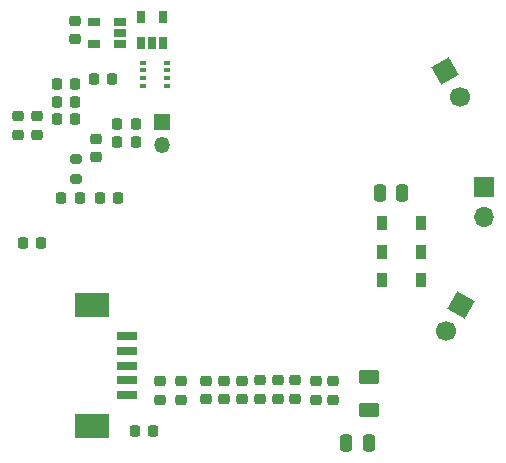
<source format=gbr>
%TF.GenerationSoftware,KiCad,Pcbnew,6.0.7-1.fc35*%
%TF.CreationDate,2022-11-04T19:38:46+01:00*%
%TF.ProjectId,sense_slim,73656e73-655f-4736-9c69-6d2e6b696361,rev?*%
%TF.SameCoordinates,Original*%
%TF.FileFunction,Soldermask,Top*%
%TF.FilePolarity,Negative*%
%FSLAX46Y46*%
G04 Gerber Fmt 4.6, Leading zero omitted, Abs format (unit mm)*
G04 Created by KiCad (PCBNEW 6.0.7-1.fc35) date 2022-11-04 19:38:46*
%MOMM*%
%LPD*%
G01*
G04 APERTURE LIST*
G04 Aperture macros list*
%AMRoundRect*
0 Rectangle with rounded corners*
0 $1 Rounding radius*
0 $2 $3 $4 $5 $6 $7 $8 $9 X,Y pos of 4 corners*
0 Add a 4 corners polygon primitive as box body*
4,1,4,$2,$3,$4,$5,$6,$7,$8,$9,$2,$3,0*
0 Add four circle primitives for the rounded corners*
1,1,$1+$1,$2,$3*
1,1,$1+$1,$4,$5*
1,1,$1+$1,$6,$7*
1,1,$1+$1,$8,$9*
0 Add four rect primitives between the rounded corners*
20,1,$1+$1,$2,$3,$4,$5,0*
20,1,$1+$1,$4,$5,$6,$7,0*
20,1,$1+$1,$6,$7,$8,$9,0*
20,1,$1+$1,$8,$9,$2,$3,0*%
%AMHorizOval*
0 Thick line with rounded ends*
0 $1 width*
0 $2 $3 position (X,Y) of the first rounded end (center of the circle)*
0 $4 $5 position (X,Y) of the second rounded end (center of the circle)*
0 Add line between two ends*
20,1,$1,$2,$3,$4,$5,0*
0 Add two circle primitives to create the rounded ends*
1,1,$1,$2,$3*
1,1,$1,$4,$5*%
%AMRotRect*
0 Rectangle, with rotation*
0 The origin of the aperture is its center*
0 $1 length*
0 $2 width*
0 $3 Rotation angle, in degrees counterclockwise*
0 Add horizontal line*
21,1,$1,$2,0,0,$3*%
G04 Aperture macros list end*
%ADD10R,3.000000X2.100000*%
%ADD11R,1.700000X0.800000*%
%ADD12RoundRect,0.225000X0.225000X0.250000X-0.225000X0.250000X-0.225000X-0.250000X0.225000X-0.250000X0*%
%ADD13RoundRect,0.218750X-0.256250X0.218750X-0.256250X-0.218750X0.256250X-0.218750X0.256250X0.218750X0*%
%ADD14RoundRect,0.218750X0.218750X0.256250X-0.218750X0.256250X-0.218750X-0.256250X0.218750X-0.256250X0*%
%ADD15RoundRect,0.225000X-0.225000X-0.250000X0.225000X-0.250000X0.225000X0.250000X-0.225000X0.250000X0*%
%ADD16R,1.060000X0.650000*%
%ADD17RoundRect,0.200000X-0.275000X0.200000X-0.275000X-0.200000X0.275000X-0.200000X0.275000X0.200000X0*%
%ADD18R,0.900000X1.200000*%
%ADD19RoundRect,0.218750X-0.218750X-0.256250X0.218750X-0.256250X0.218750X0.256250X-0.218750X0.256250X0*%
%ADD20RoundRect,0.250000X-0.250000X-0.475000X0.250000X-0.475000X0.250000X0.475000X-0.250000X0.475000X0*%
%ADD21R,0.500000X0.350000*%
%ADD22RoundRect,0.218750X0.256250X-0.218750X0.256250X0.218750X-0.256250X0.218750X-0.256250X-0.218750X0*%
%ADD23R,0.650000X1.060000*%
%ADD24RoundRect,0.250000X0.250000X0.475000X-0.250000X0.475000X-0.250000X-0.475000X0.250000X-0.475000X0*%
%ADD25RoundRect,0.250000X0.625000X-0.375000X0.625000X0.375000X-0.625000X0.375000X-0.625000X-0.375000X0*%
%ADD26R,1.700000X1.700000*%
%ADD27O,1.700000X1.700000*%
%ADD28RotRect,1.700000X1.700000X150.000000*%
%ADD29HorizOval,1.700000X0.000000X0.000000X0.000000X0.000000X0*%
%ADD30RotRect,1.700000X1.700000X210.000000*%
%ADD31HorizOval,1.700000X0.000000X0.000000X0.000000X0.000000X0*%
%ADD32R,1.350000X1.350000*%
%ADD33O,1.350000X1.350000*%
G04 APERTURE END LIST*
D10*
%TO.C,J3*%
X133410000Y-105260000D03*
X133410000Y-115440000D03*
D11*
X136360000Y-107850000D03*
X136360000Y-109100000D03*
X136360000Y-110350000D03*
X136360000Y-111600000D03*
X136360000Y-112850000D03*
%TD*%
D12*
%TO.C,C25*%
X135117888Y-86111545D03*
X133567888Y-86111545D03*
%TD*%
D13*
%TO.C,R11*%
X131957112Y-81150955D03*
X131957112Y-82725955D03*
%TD*%
D14*
%TO.C,R3*%
X131987500Y-89500000D03*
X130412500Y-89500000D03*
%TD*%
D15*
%TO.C,C29*%
X134045002Y-96188455D03*
X135595002Y-96188455D03*
%TD*%
D14*
%TO.C,C3*%
X137107502Y-89900000D03*
X135532502Y-89900000D03*
%TD*%
D16*
%TO.C,U4*%
X135780000Y-83160000D03*
X135780000Y-82210000D03*
X135780000Y-81260000D03*
X133580000Y-81260000D03*
X133580000Y-83160000D03*
%TD*%
D17*
%TO.C,R22*%
X132070002Y-92863455D03*
X132070002Y-94513455D03*
%TD*%
D13*
%TO.C,C14*%
X150620002Y-111603455D03*
X150620002Y-113178455D03*
%TD*%
D18*
%TO.C,D1*%
X161230002Y-100758455D03*
X157930002Y-100758455D03*
%TD*%
D13*
%TO.C,C15*%
X152320002Y-111650955D03*
X152320002Y-113225955D03*
%TD*%
%TO.C,C10*%
X144580002Y-111613455D03*
X144580002Y-113188455D03*
%TD*%
D19*
%TO.C,C19*%
X127532502Y-99938455D03*
X129107502Y-99938455D03*
%TD*%
D13*
%TO.C,C12*%
X147600002Y-111603455D03*
X147600002Y-113178455D03*
%TD*%
%TO.C,R6*%
X133707112Y-91150955D03*
X133707112Y-92725955D03*
%TD*%
D20*
%TO.C,C5*%
X154920002Y-116938455D03*
X156820002Y-116938455D03*
%TD*%
D13*
%TO.C,C11*%
X146090002Y-111613455D03*
X146090002Y-113188455D03*
%TD*%
D21*
%TO.C,U1*%
X137675000Y-86663455D03*
X137675000Y-86013455D03*
X137675000Y-85363455D03*
X137675000Y-84713455D03*
X139725000Y-84713455D03*
X139725000Y-85363455D03*
X139725000Y-86013455D03*
X139725000Y-86663455D03*
%TD*%
D13*
%TO.C,R4*%
X140900000Y-111662500D03*
X140900000Y-113237500D03*
%TD*%
D18*
%TO.C,D2*%
X157930002Y-103138455D03*
X161230002Y-103138455D03*
%TD*%
D13*
%TO.C,C16*%
X153820002Y-111650955D03*
X153820002Y-113225955D03*
%TD*%
D14*
%TO.C,C2*%
X131987500Y-88000000D03*
X130412500Y-88000000D03*
%TD*%
D13*
%TO.C,C13*%
X149110002Y-111603455D03*
X149110002Y-113178455D03*
%TD*%
D22*
%TO.C,D4*%
X128750000Y-90787500D03*
X128750000Y-89212500D03*
%TD*%
D23*
%TO.C,U3*%
X137507112Y-83038455D03*
X138457112Y-83038455D03*
X139407112Y-83038455D03*
X139407112Y-80838455D03*
X137507112Y-80838455D03*
%TD*%
D24*
%TO.C,C6*%
X159670002Y-95768455D03*
X157770002Y-95768455D03*
%TD*%
D13*
%TO.C,C9*%
X143070002Y-111613455D03*
X143070002Y-113188455D03*
%TD*%
D14*
%TO.C,C4*%
X137107502Y-91400000D03*
X135532502Y-91400000D03*
%TD*%
D12*
%TO.C,C30*%
X132345002Y-96188455D03*
X130795002Y-96188455D03*
%TD*%
D22*
%TO.C,D5*%
X127100000Y-90787500D03*
X127100000Y-89212500D03*
%TD*%
D25*
%TO.C,L1*%
X156820002Y-114088455D03*
X156820002Y-111288455D03*
%TD*%
D13*
%TO.C,R5*%
X139150000Y-111662500D03*
X139150000Y-113237500D03*
%TD*%
D18*
%TO.C,D3*%
X161220002Y-98248455D03*
X157920002Y-98248455D03*
%TD*%
D14*
%TO.C,C8*%
X138597500Y-115870000D03*
X137022500Y-115870000D03*
%TD*%
D12*
%TO.C,C27*%
X131975000Y-86500000D03*
X130425000Y-86500000D03*
%TD*%
D26*
%TO.C,J6*%
X166620002Y-95188455D03*
D27*
X166620002Y-97728455D03*
%TD*%
D28*
%TO.C,J7*%
X164620002Y-105188455D03*
D29*
X163350002Y-107388160D03*
%TD*%
D30*
%TO.C,J5*%
X163320002Y-85388455D03*
D31*
X164590002Y-87588160D03*
%TD*%
D32*
%TO.C,Y1*%
X139320002Y-89688455D03*
D33*
X139320002Y-91688455D03*
%TD*%
M02*

</source>
